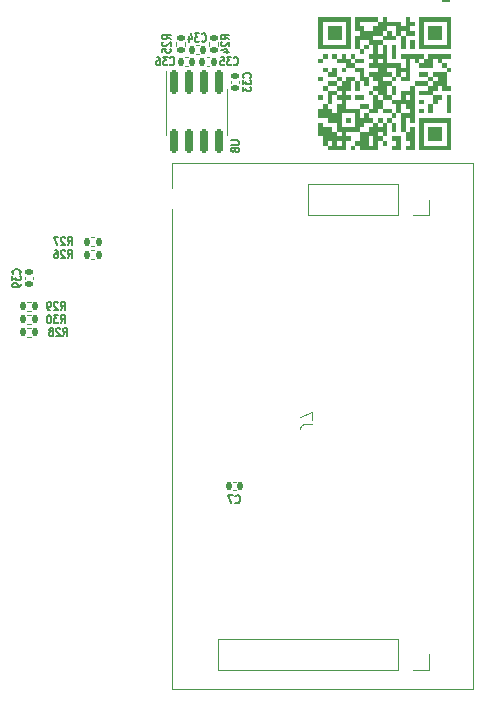
<source format=gbo>
G04 #@! TF.GenerationSoftware,KiCad,Pcbnew,7.0.6*
G04 #@! TF.CreationDate,2024-05-29T18:09:33+12:00*
G04 #@! TF.ProjectId,flight_computer,666c6967-6874-45f6-936f-6d7075746572,rev?*
G04 #@! TF.SameCoordinates,Original*
G04 #@! TF.FileFunction,Legend,Bot*
G04 #@! TF.FilePolarity,Positive*
%FSLAX46Y46*%
G04 Gerber Fmt 4.6, Leading zero omitted, Abs format (unit mm)*
G04 Created by KiCad (PCBNEW 7.0.6) date 2024-05-29 18:09:33*
%MOMM*%
%LPD*%
G01*
G04 APERTURE LIST*
G04 Aperture macros list*
%AMRoundRect*
0 Rectangle with rounded corners*
0 $1 Rounding radius*
0 $2 $3 $4 $5 $6 $7 $8 $9 X,Y pos of 4 corners*
0 Add a 4 corners polygon primitive as box body*
4,1,4,$2,$3,$4,$5,$6,$7,$8,$9,$2,$3,0*
0 Add four circle primitives for the rounded corners*
1,1,$1+$1,$2,$3*
1,1,$1+$1,$4,$5*
1,1,$1+$1,$6,$7*
1,1,$1+$1,$8,$9*
0 Add four rect primitives between the rounded corners*
20,1,$1+$1,$2,$3,$4,$5,0*
20,1,$1+$1,$4,$5,$6,$7,0*
20,1,$1+$1,$6,$7,$8,$9,0*
20,1,$1+$1,$8,$9,$2,$3,0*%
G04 Aperture macros list end*
%ADD10C,0.150000*%
%ADD11C,0.100000*%
%ADD12C,0.120000*%
%ADD13C,0.800000*%
%ADD14C,6.400000*%
%ADD15R,1.700000X1.700000*%
%ADD16O,1.700000X1.700000*%
%ADD17RoundRect,0.250000X0.350000X0.625000X-0.350000X0.625000X-0.350000X-0.625000X0.350000X-0.625000X0*%
%ADD18O,1.200000X1.750000*%
%ADD19C,2.250000*%
%ADD20C,4.350000*%
%ADD21R,1.524000X1.524000*%
%ADD22C,1.524000*%
%ADD23RoundRect,0.140000X0.140000X0.170000X-0.140000X0.170000X-0.140000X-0.170000X0.140000X-0.170000X0*%
%ADD24RoundRect,0.150000X-0.150000X0.825000X-0.150000X-0.825000X0.150000X-0.825000X0.150000X0.825000X0*%
%ADD25RoundRect,0.135000X-0.135000X-0.185000X0.135000X-0.185000X0.135000X0.185000X-0.135000X0.185000X0*%
%ADD26RoundRect,0.140000X-0.140000X-0.170000X0.140000X-0.170000X0.140000X0.170000X-0.140000X0.170000X0*%
%ADD27RoundRect,0.135000X0.135000X0.185000X-0.135000X0.185000X-0.135000X-0.185000X0.135000X-0.185000X0*%
%ADD28RoundRect,0.135000X-0.185000X0.135000X-0.185000X-0.135000X0.185000X-0.135000X0.185000X0.135000X0*%
%ADD29RoundRect,0.140000X0.170000X-0.140000X0.170000X0.140000X-0.170000X0.140000X-0.170000X-0.140000X0*%
%ADD30RoundRect,0.140000X-0.170000X0.140000X-0.170000X-0.140000X0.170000X-0.140000X0.170000X0.140000X0*%
G04 APERTURE END LIST*
D10*
X136745714Y-80909366D02*
X136774286Y-80942700D01*
X136774286Y-80942700D02*
X136860000Y-80976033D01*
X136860000Y-80976033D02*
X136917143Y-80976033D01*
X136917143Y-80976033D02*
X137002857Y-80942700D01*
X137002857Y-80942700D02*
X137060000Y-80876033D01*
X137060000Y-80876033D02*
X137088571Y-80809366D01*
X137088571Y-80809366D02*
X137117143Y-80676033D01*
X137117143Y-80676033D02*
X137117143Y-80576033D01*
X137117143Y-80576033D02*
X137088571Y-80442700D01*
X137088571Y-80442700D02*
X137060000Y-80376033D01*
X137060000Y-80376033D02*
X137002857Y-80309366D01*
X137002857Y-80309366D02*
X136917143Y-80276033D01*
X136917143Y-80276033D02*
X136860000Y-80276033D01*
X136860000Y-80276033D02*
X136774286Y-80309366D01*
X136774286Y-80309366D02*
X136745714Y-80342700D01*
X136545714Y-80276033D02*
X136174286Y-80276033D01*
X136174286Y-80276033D02*
X136374286Y-80542700D01*
X136374286Y-80542700D02*
X136288571Y-80542700D01*
X136288571Y-80542700D02*
X136231429Y-80576033D01*
X136231429Y-80576033D02*
X136202857Y-80609366D01*
X136202857Y-80609366D02*
X136174286Y-80676033D01*
X136174286Y-80676033D02*
X136174286Y-80842700D01*
X136174286Y-80842700D02*
X136202857Y-80909366D01*
X136202857Y-80909366D02*
X136231429Y-80942700D01*
X136231429Y-80942700D02*
X136288571Y-80976033D01*
X136288571Y-80976033D02*
X136460000Y-80976033D01*
X136460000Y-80976033D02*
X136517143Y-80942700D01*
X136517143Y-80942700D02*
X136545714Y-80909366D01*
X135660000Y-80276033D02*
X135774285Y-80276033D01*
X135774285Y-80276033D02*
X135831428Y-80309366D01*
X135831428Y-80309366D02*
X135860000Y-80342700D01*
X135860000Y-80342700D02*
X135917142Y-80442700D01*
X135917142Y-80442700D02*
X135945714Y-80576033D01*
X135945714Y-80576033D02*
X135945714Y-80842700D01*
X135945714Y-80842700D02*
X135917142Y-80909366D01*
X135917142Y-80909366D02*
X135888571Y-80942700D01*
X135888571Y-80942700D02*
X135831428Y-80976033D01*
X135831428Y-80976033D02*
X135717142Y-80976033D01*
X135717142Y-80976033D02*
X135660000Y-80942700D01*
X135660000Y-80942700D02*
X135631428Y-80909366D01*
X135631428Y-80909366D02*
X135602857Y-80842700D01*
X135602857Y-80842700D02*
X135602857Y-80676033D01*
X135602857Y-80676033D02*
X135631428Y-80609366D01*
X135631428Y-80609366D02*
X135660000Y-80576033D01*
X135660000Y-80576033D02*
X135717142Y-80542700D01*
X135717142Y-80542700D02*
X135831428Y-80542700D01*
X135831428Y-80542700D02*
X135888571Y-80576033D01*
X135888571Y-80576033D02*
X135917142Y-80609366D01*
X135917142Y-80609366D02*
X135945714Y-80676033D01*
X141916033Y-87342857D02*
X142482700Y-87342857D01*
X142482700Y-87342857D02*
X142549366Y-87371428D01*
X142549366Y-87371428D02*
X142582700Y-87400000D01*
X142582700Y-87400000D02*
X142616033Y-87457142D01*
X142616033Y-87457142D02*
X142616033Y-87571428D01*
X142616033Y-87571428D02*
X142582700Y-87628571D01*
X142582700Y-87628571D02*
X142549366Y-87657142D01*
X142549366Y-87657142D02*
X142482700Y-87685714D01*
X142482700Y-87685714D02*
X141916033Y-87685714D01*
X142216033Y-88057142D02*
X142182700Y-87999999D01*
X142182700Y-87999999D02*
X142149366Y-87971428D01*
X142149366Y-87971428D02*
X142082700Y-87942856D01*
X142082700Y-87942856D02*
X142049366Y-87942856D01*
X142049366Y-87942856D02*
X141982700Y-87971428D01*
X141982700Y-87971428D02*
X141949366Y-87999999D01*
X141949366Y-87999999D02*
X141916033Y-88057142D01*
X141916033Y-88057142D02*
X141916033Y-88171428D01*
X141916033Y-88171428D02*
X141949366Y-88228571D01*
X141949366Y-88228571D02*
X141982700Y-88257142D01*
X141982700Y-88257142D02*
X142049366Y-88285713D01*
X142049366Y-88285713D02*
X142082700Y-88285713D01*
X142082700Y-88285713D02*
X142149366Y-88257142D01*
X142149366Y-88257142D02*
X142182700Y-88228571D01*
X142182700Y-88228571D02*
X142216033Y-88171428D01*
X142216033Y-88171428D02*
X142216033Y-88057142D01*
X142216033Y-88057142D02*
X142249366Y-87999999D01*
X142249366Y-87999999D02*
X142282700Y-87971428D01*
X142282700Y-87971428D02*
X142349366Y-87942856D01*
X142349366Y-87942856D02*
X142482700Y-87942856D01*
X142482700Y-87942856D02*
X142549366Y-87971428D01*
X142549366Y-87971428D02*
X142582700Y-87999999D01*
X142582700Y-87999999D02*
X142616033Y-88057142D01*
X142616033Y-88057142D02*
X142616033Y-88171428D01*
X142616033Y-88171428D02*
X142582700Y-88228571D01*
X142582700Y-88228571D02*
X142549366Y-88257142D01*
X142549366Y-88257142D02*
X142482700Y-88285713D01*
X142482700Y-88285713D02*
X142349366Y-88285713D01*
X142349366Y-88285713D02*
X142282700Y-88257142D01*
X142282700Y-88257142D02*
X142249366Y-88228571D01*
X142249366Y-88228571D02*
X142216033Y-88171428D01*
X128085714Y-97316033D02*
X128285714Y-96982700D01*
X128428571Y-97316033D02*
X128428571Y-96616033D01*
X128428571Y-96616033D02*
X128200000Y-96616033D01*
X128200000Y-96616033D02*
X128142857Y-96649366D01*
X128142857Y-96649366D02*
X128114286Y-96682700D01*
X128114286Y-96682700D02*
X128085714Y-96749366D01*
X128085714Y-96749366D02*
X128085714Y-96849366D01*
X128085714Y-96849366D02*
X128114286Y-96916033D01*
X128114286Y-96916033D02*
X128142857Y-96949366D01*
X128142857Y-96949366D02*
X128200000Y-96982700D01*
X128200000Y-96982700D02*
X128428571Y-96982700D01*
X127857143Y-96682700D02*
X127828571Y-96649366D01*
X127828571Y-96649366D02*
X127771429Y-96616033D01*
X127771429Y-96616033D02*
X127628571Y-96616033D01*
X127628571Y-96616033D02*
X127571429Y-96649366D01*
X127571429Y-96649366D02*
X127542857Y-96682700D01*
X127542857Y-96682700D02*
X127514286Y-96749366D01*
X127514286Y-96749366D02*
X127514286Y-96816033D01*
X127514286Y-96816033D02*
X127542857Y-96916033D01*
X127542857Y-96916033D02*
X127885714Y-97316033D01*
X127885714Y-97316033D02*
X127514286Y-97316033D01*
X127000000Y-96616033D02*
X127114285Y-96616033D01*
X127114285Y-96616033D02*
X127171428Y-96649366D01*
X127171428Y-96649366D02*
X127200000Y-96682700D01*
X127200000Y-96682700D02*
X127257142Y-96782700D01*
X127257142Y-96782700D02*
X127285714Y-96916033D01*
X127285714Y-96916033D02*
X127285714Y-97182700D01*
X127285714Y-97182700D02*
X127257142Y-97249366D01*
X127257142Y-97249366D02*
X127228571Y-97282700D01*
X127228571Y-97282700D02*
X127171428Y-97316033D01*
X127171428Y-97316033D02*
X127057142Y-97316033D01*
X127057142Y-97316033D02*
X127000000Y-97282700D01*
X127000000Y-97282700D02*
X126971428Y-97249366D01*
X126971428Y-97249366D02*
X126942857Y-97182700D01*
X126942857Y-97182700D02*
X126942857Y-97016033D01*
X126942857Y-97016033D02*
X126971428Y-96949366D01*
X126971428Y-96949366D02*
X127000000Y-96916033D01*
X127000000Y-96916033D02*
X127057142Y-96882700D01*
X127057142Y-96882700D02*
X127171428Y-96882700D01*
X127171428Y-96882700D02*
X127228571Y-96916033D01*
X127228571Y-96916033D02*
X127257142Y-96949366D01*
X127257142Y-96949366D02*
X127285714Y-97016033D01*
X139445714Y-78909366D02*
X139474286Y-78942700D01*
X139474286Y-78942700D02*
X139560000Y-78976033D01*
X139560000Y-78976033D02*
X139617143Y-78976033D01*
X139617143Y-78976033D02*
X139702857Y-78942700D01*
X139702857Y-78942700D02*
X139760000Y-78876033D01*
X139760000Y-78876033D02*
X139788571Y-78809366D01*
X139788571Y-78809366D02*
X139817143Y-78676033D01*
X139817143Y-78676033D02*
X139817143Y-78576033D01*
X139817143Y-78576033D02*
X139788571Y-78442700D01*
X139788571Y-78442700D02*
X139760000Y-78376033D01*
X139760000Y-78376033D02*
X139702857Y-78309366D01*
X139702857Y-78309366D02*
X139617143Y-78276033D01*
X139617143Y-78276033D02*
X139560000Y-78276033D01*
X139560000Y-78276033D02*
X139474286Y-78309366D01*
X139474286Y-78309366D02*
X139445714Y-78342700D01*
X139245714Y-78276033D02*
X138874286Y-78276033D01*
X138874286Y-78276033D02*
X139074286Y-78542700D01*
X139074286Y-78542700D02*
X138988571Y-78542700D01*
X138988571Y-78542700D02*
X138931429Y-78576033D01*
X138931429Y-78576033D02*
X138902857Y-78609366D01*
X138902857Y-78609366D02*
X138874286Y-78676033D01*
X138874286Y-78676033D02*
X138874286Y-78842700D01*
X138874286Y-78842700D02*
X138902857Y-78909366D01*
X138902857Y-78909366D02*
X138931429Y-78942700D01*
X138931429Y-78942700D02*
X138988571Y-78976033D01*
X138988571Y-78976033D02*
X139160000Y-78976033D01*
X139160000Y-78976033D02*
X139217143Y-78942700D01*
X139217143Y-78942700D02*
X139245714Y-78909366D01*
X138360000Y-78509366D02*
X138360000Y-78976033D01*
X138502857Y-78242700D02*
X138645714Y-78742700D01*
X138645714Y-78742700D02*
X138274285Y-78742700D01*
X142299999Y-118009366D02*
X142328571Y-118042700D01*
X142328571Y-118042700D02*
X142414285Y-118076033D01*
X142414285Y-118076033D02*
X142471428Y-118076033D01*
X142471428Y-118076033D02*
X142557142Y-118042700D01*
X142557142Y-118042700D02*
X142614285Y-117976033D01*
X142614285Y-117976033D02*
X142642856Y-117909366D01*
X142642856Y-117909366D02*
X142671428Y-117776033D01*
X142671428Y-117776033D02*
X142671428Y-117676033D01*
X142671428Y-117676033D02*
X142642856Y-117542700D01*
X142642856Y-117542700D02*
X142614285Y-117476033D01*
X142614285Y-117476033D02*
X142557142Y-117409366D01*
X142557142Y-117409366D02*
X142471428Y-117376033D01*
X142471428Y-117376033D02*
X142414285Y-117376033D01*
X142414285Y-117376033D02*
X142328571Y-117409366D01*
X142328571Y-117409366D02*
X142299999Y-117442700D01*
X142099999Y-117376033D02*
X141699999Y-117376033D01*
X141699999Y-117376033D02*
X141957142Y-118076033D01*
X142145714Y-80909366D02*
X142174286Y-80942700D01*
X142174286Y-80942700D02*
X142260000Y-80976033D01*
X142260000Y-80976033D02*
X142317143Y-80976033D01*
X142317143Y-80976033D02*
X142402857Y-80942700D01*
X142402857Y-80942700D02*
X142460000Y-80876033D01*
X142460000Y-80876033D02*
X142488571Y-80809366D01*
X142488571Y-80809366D02*
X142517143Y-80676033D01*
X142517143Y-80676033D02*
X142517143Y-80576033D01*
X142517143Y-80576033D02*
X142488571Y-80442700D01*
X142488571Y-80442700D02*
X142460000Y-80376033D01*
X142460000Y-80376033D02*
X142402857Y-80309366D01*
X142402857Y-80309366D02*
X142317143Y-80276033D01*
X142317143Y-80276033D02*
X142260000Y-80276033D01*
X142260000Y-80276033D02*
X142174286Y-80309366D01*
X142174286Y-80309366D02*
X142145714Y-80342700D01*
X141945714Y-80276033D02*
X141574286Y-80276033D01*
X141574286Y-80276033D02*
X141774286Y-80542700D01*
X141774286Y-80542700D02*
X141688571Y-80542700D01*
X141688571Y-80542700D02*
X141631429Y-80576033D01*
X141631429Y-80576033D02*
X141602857Y-80609366D01*
X141602857Y-80609366D02*
X141574286Y-80676033D01*
X141574286Y-80676033D02*
X141574286Y-80842700D01*
X141574286Y-80842700D02*
X141602857Y-80909366D01*
X141602857Y-80909366D02*
X141631429Y-80942700D01*
X141631429Y-80942700D02*
X141688571Y-80976033D01*
X141688571Y-80976033D02*
X141860000Y-80976033D01*
X141860000Y-80976033D02*
X141917143Y-80942700D01*
X141917143Y-80942700D02*
X141945714Y-80909366D01*
X141031428Y-80276033D02*
X141317142Y-80276033D01*
X141317142Y-80276033D02*
X141345714Y-80609366D01*
X141345714Y-80609366D02*
X141317142Y-80576033D01*
X141317142Y-80576033D02*
X141260000Y-80542700D01*
X141260000Y-80542700D02*
X141117142Y-80542700D01*
X141117142Y-80542700D02*
X141060000Y-80576033D01*
X141060000Y-80576033D02*
X141031428Y-80609366D01*
X141031428Y-80609366D02*
X141002857Y-80676033D01*
X141002857Y-80676033D02*
X141002857Y-80842700D01*
X141002857Y-80842700D02*
X141031428Y-80909366D01*
X141031428Y-80909366D02*
X141060000Y-80942700D01*
X141060000Y-80942700D02*
X141117142Y-80976033D01*
X141117142Y-80976033D02*
X141260000Y-80976033D01*
X141260000Y-80976033D02*
X141317142Y-80942700D01*
X141317142Y-80942700D02*
X141345714Y-80909366D01*
D11*
X148792580Y-111383333D02*
X148078295Y-111383333D01*
X148078295Y-111383333D02*
X147935438Y-111430952D01*
X147935438Y-111430952D02*
X147840200Y-111526190D01*
X147840200Y-111526190D02*
X147792580Y-111669047D01*
X147792580Y-111669047D02*
X147792580Y-111764285D01*
X148792580Y-111002380D02*
X148792580Y-110335714D01*
X148792580Y-110335714D02*
X147792580Y-110764285D01*
D10*
X127685714Y-103916033D02*
X127885714Y-103582700D01*
X128028571Y-103916033D02*
X128028571Y-103216033D01*
X128028571Y-103216033D02*
X127800000Y-103216033D01*
X127800000Y-103216033D02*
X127742857Y-103249366D01*
X127742857Y-103249366D02*
X127714286Y-103282700D01*
X127714286Y-103282700D02*
X127685714Y-103349366D01*
X127685714Y-103349366D02*
X127685714Y-103449366D01*
X127685714Y-103449366D02*
X127714286Y-103516033D01*
X127714286Y-103516033D02*
X127742857Y-103549366D01*
X127742857Y-103549366D02*
X127800000Y-103582700D01*
X127800000Y-103582700D02*
X128028571Y-103582700D01*
X127457143Y-103282700D02*
X127428571Y-103249366D01*
X127428571Y-103249366D02*
X127371429Y-103216033D01*
X127371429Y-103216033D02*
X127228571Y-103216033D01*
X127228571Y-103216033D02*
X127171429Y-103249366D01*
X127171429Y-103249366D02*
X127142857Y-103282700D01*
X127142857Y-103282700D02*
X127114286Y-103349366D01*
X127114286Y-103349366D02*
X127114286Y-103416033D01*
X127114286Y-103416033D02*
X127142857Y-103516033D01*
X127142857Y-103516033D02*
X127485714Y-103916033D01*
X127485714Y-103916033D02*
X127114286Y-103916033D01*
X126771428Y-103516033D02*
X126828571Y-103482700D01*
X126828571Y-103482700D02*
X126857142Y-103449366D01*
X126857142Y-103449366D02*
X126885714Y-103382700D01*
X126885714Y-103382700D02*
X126885714Y-103349366D01*
X126885714Y-103349366D02*
X126857142Y-103282700D01*
X126857142Y-103282700D02*
X126828571Y-103249366D01*
X126828571Y-103249366D02*
X126771428Y-103216033D01*
X126771428Y-103216033D02*
X126657142Y-103216033D01*
X126657142Y-103216033D02*
X126600000Y-103249366D01*
X126600000Y-103249366D02*
X126571428Y-103282700D01*
X126571428Y-103282700D02*
X126542857Y-103349366D01*
X126542857Y-103349366D02*
X126542857Y-103382700D01*
X126542857Y-103382700D02*
X126571428Y-103449366D01*
X126571428Y-103449366D02*
X126600000Y-103482700D01*
X126600000Y-103482700D02*
X126657142Y-103516033D01*
X126657142Y-103516033D02*
X126771428Y-103516033D01*
X126771428Y-103516033D02*
X126828571Y-103549366D01*
X126828571Y-103549366D02*
X126857142Y-103582700D01*
X126857142Y-103582700D02*
X126885714Y-103649366D01*
X126885714Y-103649366D02*
X126885714Y-103782700D01*
X126885714Y-103782700D02*
X126857142Y-103849366D01*
X126857142Y-103849366D02*
X126828571Y-103882700D01*
X126828571Y-103882700D02*
X126771428Y-103916033D01*
X126771428Y-103916033D02*
X126657142Y-103916033D01*
X126657142Y-103916033D02*
X126600000Y-103882700D01*
X126600000Y-103882700D02*
X126571428Y-103849366D01*
X126571428Y-103849366D02*
X126542857Y-103782700D01*
X126542857Y-103782700D02*
X126542857Y-103649366D01*
X126542857Y-103649366D02*
X126571428Y-103582700D01*
X126571428Y-103582700D02*
X126600000Y-103549366D01*
X126600000Y-103549366D02*
X126657142Y-103516033D01*
X136806033Y-78774285D02*
X136472700Y-78574285D01*
X136806033Y-78431428D02*
X136106033Y-78431428D01*
X136106033Y-78431428D02*
X136106033Y-78659999D01*
X136106033Y-78659999D02*
X136139366Y-78717142D01*
X136139366Y-78717142D02*
X136172700Y-78745713D01*
X136172700Y-78745713D02*
X136239366Y-78774285D01*
X136239366Y-78774285D02*
X136339366Y-78774285D01*
X136339366Y-78774285D02*
X136406033Y-78745713D01*
X136406033Y-78745713D02*
X136439366Y-78717142D01*
X136439366Y-78717142D02*
X136472700Y-78659999D01*
X136472700Y-78659999D02*
X136472700Y-78431428D01*
X136172700Y-79002856D02*
X136139366Y-79031428D01*
X136139366Y-79031428D02*
X136106033Y-79088571D01*
X136106033Y-79088571D02*
X136106033Y-79231428D01*
X136106033Y-79231428D02*
X136139366Y-79288571D01*
X136139366Y-79288571D02*
X136172700Y-79317142D01*
X136172700Y-79317142D02*
X136239366Y-79345713D01*
X136239366Y-79345713D02*
X136306033Y-79345713D01*
X136306033Y-79345713D02*
X136406033Y-79317142D01*
X136406033Y-79317142D02*
X136806033Y-78974285D01*
X136806033Y-78974285D02*
X136806033Y-79345713D01*
X136106033Y-79888571D02*
X136106033Y-79602857D01*
X136106033Y-79602857D02*
X136439366Y-79574285D01*
X136439366Y-79574285D02*
X136406033Y-79602857D01*
X136406033Y-79602857D02*
X136372700Y-79660000D01*
X136372700Y-79660000D02*
X136372700Y-79802857D01*
X136372700Y-79802857D02*
X136406033Y-79860000D01*
X136406033Y-79860000D02*
X136439366Y-79888571D01*
X136439366Y-79888571D02*
X136506033Y-79917142D01*
X136506033Y-79917142D02*
X136672700Y-79917142D01*
X136672700Y-79917142D02*
X136739366Y-79888571D01*
X136739366Y-79888571D02*
X136772700Y-79860000D01*
X136772700Y-79860000D02*
X136806033Y-79802857D01*
X136806033Y-79802857D02*
X136806033Y-79660000D01*
X136806033Y-79660000D02*
X136772700Y-79602857D01*
X136772700Y-79602857D02*
X136739366Y-79574285D01*
X127485714Y-101716033D02*
X127685714Y-101382700D01*
X127828571Y-101716033D02*
X127828571Y-101016033D01*
X127828571Y-101016033D02*
X127600000Y-101016033D01*
X127600000Y-101016033D02*
X127542857Y-101049366D01*
X127542857Y-101049366D02*
X127514286Y-101082700D01*
X127514286Y-101082700D02*
X127485714Y-101149366D01*
X127485714Y-101149366D02*
X127485714Y-101249366D01*
X127485714Y-101249366D02*
X127514286Y-101316033D01*
X127514286Y-101316033D02*
X127542857Y-101349366D01*
X127542857Y-101349366D02*
X127600000Y-101382700D01*
X127600000Y-101382700D02*
X127828571Y-101382700D01*
X127257143Y-101082700D02*
X127228571Y-101049366D01*
X127228571Y-101049366D02*
X127171429Y-101016033D01*
X127171429Y-101016033D02*
X127028571Y-101016033D01*
X127028571Y-101016033D02*
X126971429Y-101049366D01*
X126971429Y-101049366D02*
X126942857Y-101082700D01*
X126942857Y-101082700D02*
X126914286Y-101149366D01*
X126914286Y-101149366D02*
X126914286Y-101216033D01*
X126914286Y-101216033D02*
X126942857Y-101316033D01*
X126942857Y-101316033D02*
X127285714Y-101716033D01*
X127285714Y-101716033D02*
X126914286Y-101716033D01*
X126628571Y-101716033D02*
X126514285Y-101716033D01*
X126514285Y-101716033D02*
X126457142Y-101682700D01*
X126457142Y-101682700D02*
X126428571Y-101649366D01*
X126428571Y-101649366D02*
X126371428Y-101549366D01*
X126371428Y-101549366D02*
X126342857Y-101416033D01*
X126342857Y-101416033D02*
X126342857Y-101149366D01*
X126342857Y-101149366D02*
X126371428Y-101082700D01*
X126371428Y-101082700D02*
X126400000Y-101049366D01*
X126400000Y-101049366D02*
X126457142Y-101016033D01*
X126457142Y-101016033D02*
X126571428Y-101016033D01*
X126571428Y-101016033D02*
X126628571Y-101049366D01*
X126628571Y-101049366D02*
X126657142Y-101082700D01*
X126657142Y-101082700D02*
X126685714Y-101149366D01*
X126685714Y-101149366D02*
X126685714Y-101316033D01*
X126685714Y-101316033D02*
X126657142Y-101382700D01*
X126657142Y-101382700D02*
X126628571Y-101416033D01*
X126628571Y-101416033D02*
X126571428Y-101449366D01*
X126571428Y-101449366D02*
X126457142Y-101449366D01*
X126457142Y-101449366D02*
X126400000Y-101416033D01*
X126400000Y-101416033D02*
X126371428Y-101382700D01*
X126371428Y-101382700D02*
X126342857Y-101316033D01*
X124049366Y-98614285D02*
X124082700Y-98585713D01*
X124082700Y-98585713D02*
X124116033Y-98499999D01*
X124116033Y-98499999D02*
X124116033Y-98442856D01*
X124116033Y-98442856D02*
X124082700Y-98357142D01*
X124082700Y-98357142D02*
X124016033Y-98299999D01*
X124016033Y-98299999D02*
X123949366Y-98271428D01*
X123949366Y-98271428D02*
X123816033Y-98242856D01*
X123816033Y-98242856D02*
X123716033Y-98242856D01*
X123716033Y-98242856D02*
X123582700Y-98271428D01*
X123582700Y-98271428D02*
X123516033Y-98299999D01*
X123516033Y-98299999D02*
X123449366Y-98357142D01*
X123449366Y-98357142D02*
X123416033Y-98442856D01*
X123416033Y-98442856D02*
X123416033Y-98499999D01*
X123416033Y-98499999D02*
X123449366Y-98585713D01*
X123449366Y-98585713D02*
X123482700Y-98614285D01*
X123416033Y-98814285D02*
X123416033Y-99185713D01*
X123416033Y-99185713D02*
X123682700Y-98985713D01*
X123682700Y-98985713D02*
X123682700Y-99071428D01*
X123682700Y-99071428D02*
X123716033Y-99128571D01*
X123716033Y-99128571D02*
X123749366Y-99157142D01*
X123749366Y-99157142D02*
X123816033Y-99185713D01*
X123816033Y-99185713D02*
X123982700Y-99185713D01*
X123982700Y-99185713D02*
X124049366Y-99157142D01*
X124049366Y-99157142D02*
X124082700Y-99128571D01*
X124082700Y-99128571D02*
X124116033Y-99071428D01*
X124116033Y-99071428D02*
X124116033Y-98899999D01*
X124116033Y-98899999D02*
X124082700Y-98842856D01*
X124082700Y-98842856D02*
X124049366Y-98814285D01*
X124116033Y-99471428D02*
X124116033Y-99585714D01*
X124116033Y-99585714D02*
X124082700Y-99642857D01*
X124082700Y-99642857D02*
X124049366Y-99671428D01*
X124049366Y-99671428D02*
X123949366Y-99728571D01*
X123949366Y-99728571D02*
X123816033Y-99757142D01*
X123816033Y-99757142D02*
X123549366Y-99757142D01*
X123549366Y-99757142D02*
X123482700Y-99728571D01*
X123482700Y-99728571D02*
X123449366Y-99700000D01*
X123449366Y-99700000D02*
X123416033Y-99642857D01*
X123416033Y-99642857D02*
X123416033Y-99528571D01*
X123416033Y-99528571D02*
X123449366Y-99471428D01*
X123449366Y-99471428D02*
X123482700Y-99442857D01*
X123482700Y-99442857D02*
X123549366Y-99414285D01*
X123549366Y-99414285D02*
X123716033Y-99414285D01*
X123716033Y-99414285D02*
X123782700Y-99442857D01*
X123782700Y-99442857D02*
X123816033Y-99471428D01*
X123816033Y-99471428D02*
X123849366Y-99528571D01*
X123849366Y-99528571D02*
X123849366Y-99642857D01*
X123849366Y-99642857D02*
X123816033Y-99700000D01*
X123816033Y-99700000D02*
X123782700Y-99728571D01*
X123782700Y-99728571D02*
X123716033Y-99757142D01*
X143549366Y-82014285D02*
X143582700Y-81985713D01*
X143582700Y-81985713D02*
X143616033Y-81899999D01*
X143616033Y-81899999D02*
X143616033Y-81842856D01*
X143616033Y-81842856D02*
X143582700Y-81757142D01*
X143582700Y-81757142D02*
X143516033Y-81699999D01*
X143516033Y-81699999D02*
X143449366Y-81671428D01*
X143449366Y-81671428D02*
X143316033Y-81642856D01*
X143316033Y-81642856D02*
X143216033Y-81642856D01*
X143216033Y-81642856D02*
X143082700Y-81671428D01*
X143082700Y-81671428D02*
X143016033Y-81699999D01*
X143016033Y-81699999D02*
X142949366Y-81757142D01*
X142949366Y-81757142D02*
X142916033Y-81842856D01*
X142916033Y-81842856D02*
X142916033Y-81899999D01*
X142916033Y-81899999D02*
X142949366Y-81985713D01*
X142949366Y-81985713D02*
X142982700Y-82014285D01*
X142916033Y-82214285D02*
X142916033Y-82585713D01*
X142916033Y-82585713D02*
X143182700Y-82385713D01*
X143182700Y-82385713D02*
X143182700Y-82471428D01*
X143182700Y-82471428D02*
X143216033Y-82528571D01*
X143216033Y-82528571D02*
X143249366Y-82557142D01*
X143249366Y-82557142D02*
X143316033Y-82585713D01*
X143316033Y-82585713D02*
X143482700Y-82585713D01*
X143482700Y-82585713D02*
X143549366Y-82557142D01*
X143549366Y-82557142D02*
X143582700Y-82528571D01*
X143582700Y-82528571D02*
X143616033Y-82471428D01*
X143616033Y-82471428D02*
X143616033Y-82299999D01*
X143616033Y-82299999D02*
X143582700Y-82242856D01*
X143582700Y-82242856D02*
X143549366Y-82214285D01*
X142916033Y-82785714D02*
X142916033Y-83157142D01*
X142916033Y-83157142D02*
X143182700Y-82957142D01*
X143182700Y-82957142D02*
X143182700Y-83042857D01*
X143182700Y-83042857D02*
X143216033Y-83100000D01*
X143216033Y-83100000D02*
X143249366Y-83128571D01*
X143249366Y-83128571D02*
X143316033Y-83157142D01*
X143316033Y-83157142D02*
X143482700Y-83157142D01*
X143482700Y-83157142D02*
X143549366Y-83128571D01*
X143549366Y-83128571D02*
X143582700Y-83100000D01*
X143582700Y-83100000D02*
X143616033Y-83042857D01*
X143616033Y-83042857D02*
X143616033Y-82871428D01*
X143616033Y-82871428D02*
X143582700Y-82814285D01*
X143582700Y-82814285D02*
X143549366Y-82785714D01*
X128085714Y-96216033D02*
X128285714Y-95882700D01*
X128428571Y-96216033D02*
X128428571Y-95516033D01*
X128428571Y-95516033D02*
X128200000Y-95516033D01*
X128200000Y-95516033D02*
X128142857Y-95549366D01*
X128142857Y-95549366D02*
X128114286Y-95582700D01*
X128114286Y-95582700D02*
X128085714Y-95649366D01*
X128085714Y-95649366D02*
X128085714Y-95749366D01*
X128085714Y-95749366D02*
X128114286Y-95816033D01*
X128114286Y-95816033D02*
X128142857Y-95849366D01*
X128142857Y-95849366D02*
X128200000Y-95882700D01*
X128200000Y-95882700D02*
X128428571Y-95882700D01*
X127857143Y-95582700D02*
X127828571Y-95549366D01*
X127828571Y-95549366D02*
X127771429Y-95516033D01*
X127771429Y-95516033D02*
X127628571Y-95516033D01*
X127628571Y-95516033D02*
X127571429Y-95549366D01*
X127571429Y-95549366D02*
X127542857Y-95582700D01*
X127542857Y-95582700D02*
X127514286Y-95649366D01*
X127514286Y-95649366D02*
X127514286Y-95716033D01*
X127514286Y-95716033D02*
X127542857Y-95816033D01*
X127542857Y-95816033D02*
X127885714Y-96216033D01*
X127885714Y-96216033D02*
X127514286Y-96216033D01*
X127314285Y-95516033D02*
X126914285Y-95516033D01*
X126914285Y-95516033D02*
X127171428Y-96216033D01*
X127485714Y-102816033D02*
X127685714Y-102482700D01*
X127828571Y-102816033D02*
X127828571Y-102116033D01*
X127828571Y-102116033D02*
X127600000Y-102116033D01*
X127600000Y-102116033D02*
X127542857Y-102149366D01*
X127542857Y-102149366D02*
X127514286Y-102182700D01*
X127514286Y-102182700D02*
X127485714Y-102249366D01*
X127485714Y-102249366D02*
X127485714Y-102349366D01*
X127485714Y-102349366D02*
X127514286Y-102416033D01*
X127514286Y-102416033D02*
X127542857Y-102449366D01*
X127542857Y-102449366D02*
X127600000Y-102482700D01*
X127600000Y-102482700D02*
X127828571Y-102482700D01*
X127285714Y-102116033D02*
X126914286Y-102116033D01*
X126914286Y-102116033D02*
X127114286Y-102382700D01*
X127114286Y-102382700D02*
X127028571Y-102382700D01*
X127028571Y-102382700D02*
X126971429Y-102416033D01*
X126971429Y-102416033D02*
X126942857Y-102449366D01*
X126942857Y-102449366D02*
X126914286Y-102516033D01*
X126914286Y-102516033D02*
X126914286Y-102682700D01*
X126914286Y-102682700D02*
X126942857Y-102749366D01*
X126942857Y-102749366D02*
X126971429Y-102782700D01*
X126971429Y-102782700D02*
X127028571Y-102816033D01*
X127028571Y-102816033D02*
X127200000Y-102816033D01*
X127200000Y-102816033D02*
X127257143Y-102782700D01*
X127257143Y-102782700D02*
X127285714Y-102749366D01*
X126542857Y-102116033D02*
X126485714Y-102116033D01*
X126485714Y-102116033D02*
X126428571Y-102149366D01*
X126428571Y-102149366D02*
X126400000Y-102182700D01*
X126400000Y-102182700D02*
X126371428Y-102249366D01*
X126371428Y-102249366D02*
X126342857Y-102382700D01*
X126342857Y-102382700D02*
X126342857Y-102549366D01*
X126342857Y-102549366D02*
X126371428Y-102682700D01*
X126371428Y-102682700D02*
X126400000Y-102749366D01*
X126400000Y-102749366D02*
X126428571Y-102782700D01*
X126428571Y-102782700D02*
X126485714Y-102816033D01*
X126485714Y-102816033D02*
X126542857Y-102816033D01*
X126542857Y-102816033D02*
X126600000Y-102782700D01*
X126600000Y-102782700D02*
X126628571Y-102749366D01*
X126628571Y-102749366D02*
X126657142Y-102682700D01*
X126657142Y-102682700D02*
X126685714Y-102549366D01*
X126685714Y-102549366D02*
X126685714Y-102382700D01*
X126685714Y-102382700D02*
X126657142Y-102249366D01*
X126657142Y-102249366D02*
X126628571Y-102182700D01*
X126628571Y-102182700D02*
X126600000Y-102149366D01*
X126600000Y-102149366D02*
X126542857Y-102116033D01*
X141776033Y-78774285D02*
X141442700Y-78574285D01*
X141776033Y-78431428D02*
X141076033Y-78431428D01*
X141076033Y-78431428D02*
X141076033Y-78659999D01*
X141076033Y-78659999D02*
X141109366Y-78717142D01*
X141109366Y-78717142D02*
X141142700Y-78745713D01*
X141142700Y-78745713D02*
X141209366Y-78774285D01*
X141209366Y-78774285D02*
X141309366Y-78774285D01*
X141309366Y-78774285D02*
X141376033Y-78745713D01*
X141376033Y-78745713D02*
X141409366Y-78717142D01*
X141409366Y-78717142D02*
X141442700Y-78659999D01*
X141442700Y-78659999D02*
X141442700Y-78431428D01*
X141142700Y-79002856D02*
X141109366Y-79031428D01*
X141109366Y-79031428D02*
X141076033Y-79088571D01*
X141076033Y-79088571D02*
X141076033Y-79231428D01*
X141076033Y-79231428D02*
X141109366Y-79288571D01*
X141109366Y-79288571D02*
X141142700Y-79317142D01*
X141142700Y-79317142D02*
X141209366Y-79345713D01*
X141209366Y-79345713D02*
X141276033Y-79345713D01*
X141276033Y-79345713D02*
X141376033Y-79317142D01*
X141376033Y-79317142D02*
X141776033Y-78974285D01*
X141776033Y-78974285D02*
X141776033Y-79345713D01*
X141309366Y-79860000D02*
X141776033Y-79860000D01*
X141042700Y-79717142D02*
X141542700Y-79574285D01*
X141542700Y-79574285D02*
X141542700Y-79945714D01*
G36*
X160584445Y-86798345D02*
G01*
X160584445Y-88164420D01*
X159218369Y-88164420D01*
X157852294Y-88164420D01*
X157852294Y-87774113D01*
X158242601Y-87774113D01*
X159218369Y-87774113D01*
X160194137Y-87774113D01*
X160194137Y-86798345D01*
X160194137Y-85822576D01*
X159218369Y-85822576D01*
X158242601Y-85822576D01*
X158242601Y-86798345D01*
X158242601Y-87774113D01*
X157852294Y-87774113D01*
X157852294Y-86798345D01*
X157852294Y-85432269D01*
X159218369Y-85432269D01*
X160584445Y-85432269D01*
X160584445Y-85822576D01*
X160584445Y-86798345D01*
G37*
G36*
X157461986Y-84276359D02*
G01*
X157461986Y-85041962D01*
X157461986Y-85822576D01*
X157266833Y-85822576D01*
X157071679Y-85822576D01*
X157071679Y-85627423D01*
X157071679Y-85432269D01*
X156891537Y-85432269D01*
X156711395Y-85432269D01*
X156711395Y-86017730D01*
X156711395Y-86603191D01*
X156891537Y-86603191D01*
X157071679Y-86603191D01*
X157071679Y-86408037D01*
X157071679Y-86212884D01*
X157266833Y-86212884D01*
X157461986Y-86212884D01*
X157461986Y-87188652D01*
X157461986Y-88164420D01*
X157086691Y-88164420D01*
X156711395Y-88164420D01*
X156711395Y-87969267D01*
X156711395Y-87774113D01*
X156891537Y-87774113D01*
X157071679Y-87774113D01*
X157071679Y-87578959D01*
X157071679Y-87383806D01*
X156891537Y-87383806D01*
X156711395Y-87383806D01*
X156711395Y-86993498D01*
X156711395Y-86603191D01*
X156516242Y-86603191D01*
X156321088Y-86603191D01*
X156321088Y-85822576D01*
X156321088Y-85041962D01*
X156696383Y-85041962D01*
X157071679Y-85041962D01*
X157071679Y-84846808D01*
X157071679Y-84651654D01*
X156891537Y-84651654D01*
X156711395Y-84651654D01*
X156711395Y-84471513D01*
X156711395Y-84291371D01*
X156516242Y-84291371D01*
X156321088Y-84291371D01*
X156321088Y-84666666D01*
X156321088Y-85041962D01*
X156125934Y-85041962D01*
X155930781Y-85041962D01*
X155930781Y-84666666D01*
X155930781Y-84291371D01*
X155735627Y-84291371D01*
X155540473Y-84291371D01*
X155540473Y-84096217D01*
X155540473Y-83901063D01*
X155930781Y-83901063D01*
X156321088Y-83901063D01*
X156711395Y-83901063D01*
X156891537Y-83901063D01*
X157071679Y-83901063D01*
X157071679Y-83705910D01*
X157071679Y-83510756D01*
X156891537Y-83510756D01*
X156711395Y-83510756D01*
X156711395Y-83705910D01*
X156711395Y-83901063D01*
X156321088Y-83901063D01*
X156321088Y-83510756D01*
X156321088Y-83120449D01*
X156696383Y-83120449D01*
X157071679Y-83120449D01*
X157071679Y-82925295D01*
X157071679Y-82730141D01*
X157266833Y-82730141D01*
X157461986Y-82730141D01*
X157461986Y-83510756D01*
X157461986Y-84276359D01*
G37*
G36*
X156516242Y-77686170D02*
G01*
X156711395Y-77686170D01*
X156711395Y-77295863D01*
X156711395Y-76905555D01*
X156891537Y-76905555D01*
X157071679Y-76905555D01*
X157071679Y-77100709D01*
X157071679Y-77295863D01*
X157266833Y-77295863D01*
X157461986Y-77295863D01*
X157461986Y-77491016D01*
X157461986Y-77686170D01*
X157266833Y-77686170D01*
X157071679Y-77686170D01*
X157071679Y-77881324D01*
X157071679Y-78076477D01*
X157266833Y-78076477D01*
X157461986Y-78076477D01*
X157461986Y-78271631D01*
X157461986Y-78466785D01*
X157086691Y-78466785D01*
X156711395Y-78466785D01*
X156711395Y-79052245D01*
X156711395Y-79637706D01*
X156516242Y-79637706D01*
X156321088Y-79637706D01*
X156321088Y-79052245D01*
X156321088Y-78466785D01*
X156516242Y-78466785D01*
X156711395Y-78466785D01*
X156711395Y-78271631D01*
X156711395Y-78076477D01*
X156516242Y-78076477D01*
X156321088Y-78076477D01*
X156321088Y-78271631D01*
X156321088Y-78466785D01*
X156125934Y-78466785D01*
X155930781Y-78466785D01*
X155930781Y-78661938D01*
X155930781Y-78857092D01*
X155345320Y-78857092D01*
X154759859Y-78857092D01*
X154759859Y-79052245D01*
X154759859Y-79247399D01*
X154564705Y-79247399D01*
X154369551Y-79247399D01*
X154369551Y-79637706D01*
X154369551Y-80028014D01*
X154564705Y-80028014D01*
X154759859Y-80028014D01*
X154759859Y-79637706D01*
X154759859Y-79247399D01*
X154955012Y-79247399D01*
X155150166Y-79247399D01*
X155150166Y-80013002D01*
X155150166Y-80418321D01*
X155150166Y-80778605D01*
X155735627Y-80778605D01*
X156321088Y-80778605D01*
X156321088Y-80973758D01*
X156321088Y-81168912D01*
X156516242Y-81168912D01*
X156711395Y-81168912D01*
X156711395Y-80793617D01*
X156711395Y-80418321D01*
X156516242Y-80418321D01*
X156321088Y-80418321D01*
X156321088Y-80223167D01*
X156321088Y-80028014D01*
X157281844Y-80028014D01*
X158242601Y-80028014D01*
X158242601Y-80223167D01*
X158242601Y-80418321D01*
X158437755Y-80418321D01*
X158632908Y-80418321D01*
X158632908Y-80223167D01*
X158632908Y-80028014D01*
X159608676Y-80028014D01*
X160584445Y-80028014D01*
X160584445Y-80223167D01*
X160584445Y-80418321D01*
X160194137Y-80418321D01*
X159803830Y-80418321D01*
X159803830Y-80598463D01*
X159803830Y-80778605D01*
X159608676Y-80778605D01*
X159413523Y-80778605D01*
X159413523Y-80598463D01*
X159413523Y-80418321D01*
X159218369Y-80418321D01*
X159023215Y-80418321D01*
X159023215Y-80793617D01*
X159023215Y-81168912D01*
X158437755Y-81168912D01*
X157852294Y-81168912D01*
X157852294Y-80973758D01*
X157852294Y-80778605D01*
X158047447Y-80778605D01*
X158242601Y-80778605D01*
X158242601Y-80598463D01*
X158242601Y-80418321D01*
X158047447Y-80418321D01*
X157852294Y-80418321D01*
X157852294Y-80598463D01*
X157852294Y-80778605D01*
X157657140Y-80778605D01*
X157461986Y-80778605D01*
X157461986Y-80598463D01*
X157461986Y-80418321D01*
X157266833Y-80418321D01*
X157071679Y-80418321D01*
X157071679Y-81379078D01*
X157071679Y-82339834D01*
X156696383Y-82339834D01*
X156321088Y-82339834D01*
X156321088Y-82144680D01*
X156321088Y-81949527D01*
X156516242Y-81949527D01*
X156711395Y-81949527D01*
X156711395Y-81754373D01*
X156711395Y-81559219D01*
X156516242Y-81559219D01*
X156321088Y-81559219D01*
X156321088Y-81754373D01*
X156321088Y-81949527D01*
X156125934Y-81949527D01*
X155930781Y-81949527D01*
X155930781Y-81559219D01*
X155930781Y-81168912D01*
X155540473Y-81168912D01*
X155150166Y-81168912D01*
X155150166Y-81364066D01*
X155150166Y-81559219D01*
X155345320Y-81559219D01*
X155540473Y-81559219D01*
X155540473Y-81754373D01*
X155540473Y-81949527D01*
X155150166Y-81949527D01*
X154759859Y-81949527D01*
X154759859Y-82144680D01*
X154759859Y-82339834D01*
X155150166Y-82339834D01*
X155540473Y-82339834D01*
X155540473Y-82534988D01*
X155540473Y-82730141D01*
X155345320Y-82730141D01*
X155150166Y-82730141D01*
X155150166Y-83120449D01*
X155150166Y-83510756D01*
X155345320Y-83510756D01*
X155540473Y-83510756D01*
X155540473Y-83705910D01*
X155540473Y-83901063D01*
X155150166Y-83901063D01*
X154759859Y-83901063D01*
X154759859Y-83705910D01*
X154759859Y-83510756D01*
X154564705Y-83510756D01*
X154369551Y-83510756D01*
X154369551Y-83315602D01*
X154369551Y-83120449D01*
X154174398Y-83120449D01*
X153979244Y-83120449D01*
X153979244Y-82925295D01*
X153979244Y-82730141D01*
X154174398Y-82730141D01*
X154369551Y-82730141D01*
X154369551Y-82534988D01*
X154369551Y-82339834D01*
X154174398Y-82339834D01*
X153979244Y-82339834D01*
X153979244Y-82144680D01*
X153979244Y-81949527D01*
X153784090Y-81949527D01*
X153588937Y-81949527D01*
X153588937Y-82339834D01*
X153588937Y-82730141D01*
X153393783Y-82730141D01*
X153198629Y-82730141D01*
X153198629Y-82534988D01*
X153198629Y-82339834D01*
X153018487Y-82339834D01*
X152838346Y-82339834D01*
X152838346Y-82730141D01*
X152838346Y-83120449D01*
X152643192Y-83120449D01*
X152448038Y-83120449D01*
X152448038Y-82730141D01*
X152448038Y-82339834D01*
X152252885Y-82339834D01*
X152057731Y-82339834D01*
X152057731Y-82730141D01*
X152057731Y-83120449D01*
X151862577Y-83120449D01*
X151667424Y-83120449D01*
X151667424Y-83315602D01*
X151667424Y-83510756D01*
X151862577Y-83510756D01*
X152057731Y-83510756D01*
X152057731Y-83705910D01*
X152057731Y-83901063D01*
X151862577Y-83901063D01*
X151667424Y-83901063D01*
X151667424Y-84276359D01*
X151667424Y-84651654D01*
X152252885Y-84651654D01*
X152838346Y-84651654D01*
X152838346Y-85041962D01*
X152838346Y-85432269D01*
X153018487Y-85432269D01*
X153198629Y-85432269D01*
X153198629Y-85237115D01*
X153198629Y-85041962D01*
X153393783Y-85041962D01*
X153588937Y-85041962D01*
X153588937Y-85237115D01*
X153588937Y-85432269D01*
X153784090Y-85432269D01*
X153979244Y-85432269D01*
X153979244Y-85627423D01*
X153979244Y-85822576D01*
X153588937Y-85822576D01*
X153198629Y-85822576D01*
X153198629Y-86017730D01*
X153198629Y-86212884D01*
X153018487Y-86212884D01*
X152838346Y-86212884D01*
X152838346Y-86408037D01*
X152838346Y-86603191D01*
X153213641Y-86603191D01*
X153588937Y-86603191D01*
X153588937Y-86408037D01*
X153588937Y-86212884D01*
X153784090Y-86212884D01*
X153979244Y-86212884D01*
X153979244Y-86017730D01*
X153979244Y-85822576D01*
X154174398Y-85822576D01*
X154369551Y-85822576D01*
X154369551Y-86017730D01*
X154369551Y-86212884D01*
X154564705Y-86212884D01*
X154759859Y-86212884D01*
X154759859Y-86017730D01*
X154759859Y-85822576D01*
X154955012Y-85822576D01*
X155150166Y-85822576D01*
X155150166Y-86408037D01*
X155150166Y-86603191D01*
X155150166Y-86993498D01*
X154955012Y-86993498D01*
X154759859Y-86993498D01*
X154759859Y-87188652D01*
X154759859Y-87383806D01*
X154564705Y-87383806D01*
X154369551Y-87383806D01*
X154369551Y-87774113D01*
X154369551Y-88164420D01*
X153603948Y-88164420D01*
X152838346Y-88164420D01*
X152838346Y-87969267D01*
X152838346Y-87774113D01*
X153588937Y-87774113D01*
X153784090Y-87774113D01*
X153979244Y-87774113D01*
X153979244Y-87383806D01*
X153979244Y-86993498D01*
X154369551Y-86993498D01*
X154564705Y-86993498D01*
X154759859Y-86993498D01*
X154759859Y-86798345D01*
X154759859Y-86603191D01*
X154564705Y-86603191D01*
X154369551Y-86603191D01*
X154369551Y-86798345D01*
X154369551Y-86993498D01*
X153979244Y-86993498D01*
X153784090Y-86993498D01*
X153588937Y-86993498D01*
X153588937Y-87383806D01*
X153588937Y-87774113D01*
X152838346Y-87774113D01*
X152643192Y-87774113D01*
X152448038Y-87774113D01*
X152448038Y-87578959D01*
X152448038Y-87383806D01*
X152643192Y-87383806D01*
X152838346Y-87383806D01*
X152838346Y-86993498D01*
X152838346Y-86603191D01*
X152252885Y-86603191D01*
X151667424Y-86603191D01*
X151667424Y-86798345D01*
X151667424Y-86993498D01*
X151862577Y-86993498D01*
X152057731Y-86993498D01*
X152057731Y-87188652D01*
X152057731Y-87383806D01*
X151862577Y-87383806D01*
X151667424Y-87383806D01*
X151667424Y-87774113D01*
X151667424Y-88164420D01*
X150886809Y-88164420D01*
X150106194Y-88164420D01*
X150106194Y-87969267D01*
X150106194Y-87774113D01*
X150301348Y-87774113D01*
X150496502Y-87774113D01*
X150496502Y-87578959D01*
X150496502Y-87383806D01*
X150886809Y-87383806D01*
X150886809Y-87578959D01*
X150886809Y-87774113D01*
X151081963Y-87774113D01*
X151277116Y-87774113D01*
X151277116Y-87578959D01*
X151277116Y-87383806D01*
X151081963Y-87383806D01*
X150886809Y-87383806D01*
X150496502Y-87383806D01*
X150301348Y-87383806D01*
X150106194Y-87383806D01*
X150106194Y-87578959D01*
X150106194Y-87774113D01*
X149911041Y-87774113D01*
X149715887Y-87774113D01*
X149715887Y-87383806D01*
X149715887Y-86993498D01*
X149520733Y-86993498D01*
X149325580Y-86993498D01*
X149325580Y-86408037D01*
X149325580Y-85822576D01*
X149520733Y-85822576D01*
X149715887Y-85822576D01*
X149715887Y-86017730D01*
X149715887Y-86212884D01*
X150106194Y-86212884D01*
X150496502Y-86212884D01*
X150496502Y-86408037D01*
X150496502Y-86603191D01*
X150691655Y-86603191D01*
X150886809Y-86603191D01*
X150886809Y-86798345D01*
X150886809Y-86993498D01*
X151081963Y-86993498D01*
X151277116Y-86993498D01*
X151277116Y-86798345D01*
X151277116Y-86603191D01*
X151081963Y-86603191D01*
X150886809Y-86603191D01*
X150886809Y-86212884D01*
X151277116Y-86212884D01*
X151862577Y-86212884D01*
X152448038Y-86212884D01*
X152448038Y-85627423D01*
X152448038Y-85041962D01*
X151862577Y-85041962D01*
X151277116Y-85041962D01*
X151277116Y-85627423D01*
X151277116Y-86212884D01*
X150886809Y-86212884D01*
X150886809Y-85822576D01*
X150496502Y-85822576D01*
X150106194Y-85822576D01*
X150106194Y-85627423D01*
X150106194Y-85432269D01*
X149715887Y-85432269D01*
X149325580Y-85432269D01*
X149325580Y-85041962D01*
X149325580Y-84651654D01*
X149520733Y-84651654D01*
X149715887Y-84651654D01*
X149715887Y-84471513D01*
X149715887Y-84291371D01*
X149911041Y-84291371D01*
X150106194Y-84291371D01*
X150106194Y-84471513D01*
X150106194Y-84651654D01*
X150301348Y-84651654D01*
X150496502Y-84651654D01*
X150496502Y-84846808D01*
X150496502Y-85041962D01*
X150691655Y-85041962D01*
X150886809Y-85041962D01*
X150886809Y-84666666D01*
X150886809Y-84291371D01*
X151081963Y-84291371D01*
X151277116Y-84291371D01*
X151277116Y-84096217D01*
X151277116Y-83901063D01*
X151081963Y-83901063D01*
X150886809Y-83901063D01*
X150886809Y-83705910D01*
X150886809Y-83510756D01*
X150691655Y-83510756D01*
X150496502Y-83510756D01*
X150496502Y-83901063D01*
X150496502Y-84291371D01*
X150301348Y-84291371D01*
X150106194Y-84291371D01*
X150106194Y-83705910D01*
X150106194Y-83120449D01*
X150496502Y-83120449D01*
X150886809Y-83120449D01*
X150886809Y-83315602D01*
X150886809Y-83510756D01*
X151081963Y-83510756D01*
X151277116Y-83510756D01*
X151277116Y-83315602D01*
X151277116Y-83120449D01*
X151081963Y-83120449D01*
X150886809Y-83120449D01*
X150886809Y-82925295D01*
X150886809Y-82730141D01*
X150496502Y-82730141D01*
X150106194Y-82730141D01*
X150106194Y-82534988D01*
X150106194Y-82339834D01*
X150496502Y-82339834D01*
X150886809Y-82339834D01*
X150886809Y-82534988D01*
X150886809Y-82730141D01*
X151081963Y-82730141D01*
X151277116Y-82730141D01*
X151277116Y-82534988D01*
X151277116Y-82339834D01*
X151081963Y-82339834D01*
X150886809Y-82339834D01*
X150886809Y-82144680D01*
X150886809Y-81949527D01*
X151081963Y-81949527D01*
X151277116Y-81949527D01*
X151277116Y-82144680D01*
X151277116Y-82339834D01*
X151472270Y-82339834D01*
X151667424Y-82339834D01*
X151667424Y-82144680D01*
X151667424Y-81949527D01*
X152057731Y-81949527D01*
X152448038Y-81949527D01*
X152448038Y-82144680D01*
X152448038Y-82339834D01*
X152643192Y-82339834D01*
X152838346Y-82339834D01*
X152838346Y-81949527D01*
X152838346Y-81559219D01*
X152643192Y-81559219D01*
X152448038Y-81559219D01*
X152448038Y-81364066D01*
X152448038Y-81168912D01*
X152823334Y-81168912D01*
X153198629Y-81168912D01*
X153198629Y-81559219D01*
X153198629Y-81949527D01*
X153393783Y-81949527D01*
X153588937Y-81949527D01*
X153588937Y-81754373D01*
X153588937Y-81559219D01*
X153979244Y-81559219D01*
X154369551Y-81559219D01*
X154369551Y-81364066D01*
X154369551Y-81168912D01*
X153979244Y-81168912D01*
X153588937Y-81168912D01*
X153588937Y-80973758D01*
X153588937Y-80778605D01*
X153784090Y-80778605D01*
X153979244Y-80778605D01*
X154369551Y-80778605D01*
X154564705Y-80778605D01*
X154759859Y-80778605D01*
X154759859Y-80598463D01*
X154759859Y-80418321D01*
X154564705Y-80418321D01*
X154369551Y-80418321D01*
X154369551Y-80598463D01*
X154369551Y-80778605D01*
X153979244Y-80778605D01*
X153979244Y-80598463D01*
X153979244Y-80418321D01*
X153784090Y-80418321D01*
X153588937Y-80418321D01*
X153588937Y-80223167D01*
X153588937Y-80028014D01*
X153784090Y-80028014D01*
X153979244Y-80028014D01*
X153979244Y-79637706D01*
X153979244Y-79247399D01*
X153784090Y-79247399D01*
X153588937Y-79247399D01*
X153588937Y-79052245D01*
X153588937Y-78857092D01*
X153979244Y-78857092D01*
X154369551Y-78857092D01*
X154759859Y-78857092D01*
X154759859Y-78661938D01*
X154759859Y-78466785D01*
X154955012Y-78466785D01*
X155150166Y-78466785D01*
X155150166Y-78271631D01*
X155150166Y-78076477D01*
X155345320Y-78076477D01*
X155540473Y-78076477D01*
X155540473Y-78271631D01*
X155540473Y-78466785D01*
X155735627Y-78466785D01*
X155930781Y-78466785D01*
X155930781Y-78076477D01*
X155930781Y-77686170D01*
X155540473Y-77686170D01*
X155150166Y-77686170D01*
X155150166Y-77881324D01*
X155150166Y-78076477D01*
X154955012Y-78076477D01*
X154759859Y-78076477D01*
X154759859Y-78271631D01*
X154759859Y-78466785D01*
X154369551Y-78466785D01*
X153979244Y-78466785D01*
X153979244Y-78661938D01*
X153979244Y-78857092D01*
X153588937Y-78857092D01*
X153213641Y-78857092D01*
X152838346Y-78857092D01*
X152838346Y-79247399D01*
X152838346Y-79637706D01*
X153018487Y-79637706D01*
X153198629Y-79637706D01*
X153198629Y-79442553D01*
X153198629Y-79247399D01*
X153393783Y-79247399D01*
X153588937Y-79247399D01*
X153588937Y-79442553D01*
X153588937Y-79637706D01*
X153393783Y-79637706D01*
X153198629Y-79637706D01*
X153198629Y-79832860D01*
X153198629Y-80028014D01*
X153018487Y-80028014D01*
X152838346Y-80028014D01*
X152838346Y-79832860D01*
X152838346Y-79637706D01*
X152643192Y-79637706D01*
X152448038Y-79637706D01*
X152448038Y-79052245D01*
X152448038Y-78466785D01*
X152643192Y-78466785D01*
X152838346Y-78466785D01*
X152838346Y-78271631D01*
X152838346Y-78076477D01*
X152643192Y-78076477D01*
X152448038Y-78076477D01*
X152448038Y-77491016D01*
X152448038Y-76905555D01*
X153408795Y-76905555D01*
X154369551Y-76905555D01*
X154369551Y-77100709D01*
X154369551Y-77295863D01*
X153603948Y-77295863D01*
X152838346Y-77295863D01*
X152838346Y-77491016D01*
X152838346Y-77686170D01*
X153018487Y-77686170D01*
X153198629Y-77686170D01*
X153198629Y-77881324D01*
X153198629Y-78076477D01*
X153588937Y-78076477D01*
X153979244Y-78076477D01*
X153979244Y-77881324D01*
X153979244Y-77686170D01*
X154174398Y-77686170D01*
X154369551Y-77686170D01*
X154369551Y-77491016D01*
X154369551Y-77295863D01*
X154564705Y-77295863D01*
X154759859Y-77295863D01*
X154759859Y-77100709D01*
X154759859Y-76905555D01*
X154955012Y-76905555D01*
X155150166Y-76905555D01*
X155150166Y-77100709D01*
X155150166Y-77295863D01*
X155735627Y-77295863D01*
X156321088Y-77295863D01*
X156321088Y-77491016D01*
X156321088Y-77686170D01*
X156516242Y-77686170D01*
G37*
G36*
X154955012Y-87383806D02*
G01*
X155150166Y-87383806D01*
X155150166Y-87578959D01*
X155150166Y-87774113D01*
X154955012Y-87774113D01*
X154759859Y-87774113D01*
X154759859Y-87578959D01*
X154759859Y-87383806D01*
X154955012Y-87383806D01*
G37*
G36*
X150106194Y-82925295D02*
G01*
X150106194Y-83120449D01*
X149911041Y-83120449D01*
X149715887Y-83120449D01*
X149715887Y-82925295D01*
X149715887Y-82730141D01*
X149911041Y-82730141D01*
X150106194Y-82730141D01*
X150106194Y-82925295D01*
G37*
G36*
X150106194Y-81364066D02*
G01*
X150106194Y-81559219D01*
X150301348Y-81559219D01*
X150496502Y-81559219D01*
X150496502Y-81364066D01*
X150496502Y-81168912D01*
X150691655Y-81168912D01*
X150886809Y-81168912D01*
X150886809Y-81559219D01*
X150886809Y-81949527D01*
X150496502Y-81949527D01*
X150106194Y-81949527D01*
X150106194Y-81754373D01*
X150106194Y-81559219D01*
X149911041Y-81559219D01*
X149715887Y-81559219D01*
X149715887Y-81364066D01*
X149715887Y-81168912D01*
X149911041Y-81168912D01*
X150106194Y-81168912D01*
X150106194Y-81364066D01*
G37*
G36*
X160389291Y-81168912D02*
G01*
X160584445Y-81168912D01*
X160584445Y-81364066D01*
X160584445Y-81559219D01*
X160389291Y-81559219D01*
X160194137Y-81559219D01*
X160194137Y-81364066D01*
X160194137Y-81168912D01*
X160389291Y-81168912D01*
G37*
G36*
X159998984Y-80778605D02*
G01*
X160194137Y-80778605D01*
X160194137Y-80973758D01*
X160194137Y-81168912D01*
X159998984Y-81168912D01*
X159803830Y-81168912D01*
X159803830Y-80973758D01*
X159803830Y-80778605D01*
X159998984Y-80778605D01*
G37*
G36*
X150886809Y-80223167D02*
G01*
X150886809Y-80418321D01*
X151081963Y-80418321D01*
X151277116Y-80418321D01*
X151277116Y-80223167D01*
X151277116Y-80028014D01*
X151472270Y-80028014D01*
X151667424Y-80028014D01*
X151667424Y-80223167D01*
X151667424Y-80418321D01*
X151862577Y-80418321D01*
X152057731Y-80418321D01*
X152057731Y-80223167D01*
X152057731Y-80028014D01*
X152252885Y-80028014D01*
X152448038Y-80028014D01*
X152448038Y-80223167D01*
X152448038Y-80418321D01*
X152252885Y-80418321D01*
X152057731Y-80418321D01*
X152057731Y-80598463D01*
X152057731Y-80778605D01*
X152252885Y-80778605D01*
X152448038Y-80778605D01*
X152448038Y-80598463D01*
X152448038Y-80418321D01*
X152823334Y-80418321D01*
X153198629Y-80418321D01*
X153198629Y-80598463D01*
X153198629Y-80778605D01*
X152823334Y-80778605D01*
X152448038Y-80778605D01*
X152448038Y-80973758D01*
X152448038Y-81168912D01*
X152057731Y-81168912D01*
X151667424Y-81168912D01*
X151667424Y-80973758D01*
X151667424Y-80778605D01*
X151277116Y-80778605D01*
X150886809Y-80778605D01*
X150886809Y-80598463D01*
X150886809Y-80418321D01*
X150691655Y-80418321D01*
X150496502Y-80418321D01*
X150496502Y-80223167D01*
X150496502Y-80028014D01*
X150691655Y-80028014D01*
X150886809Y-80028014D01*
X150886809Y-80223167D01*
G37*
G36*
X152448038Y-87969267D02*
G01*
X152448038Y-88164420D01*
X152252885Y-88164420D01*
X152057731Y-88164420D01*
X152057731Y-87969267D01*
X152057731Y-87774113D01*
X152252885Y-87774113D01*
X152448038Y-87774113D01*
X152448038Y-87969267D01*
G37*
G36*
X155735627Y-85822576D02*
G01*
X155930781Y-85822576D01*
X155930781Y-86212884D01*
X155930781Y-86603191D01*
X155735627Y-86603191D01*
X155540473Y-86603191D01*
X155540473Y-86212884D01*
X155540473Y-85822576D01*
X155735627Y-85822576D01*
G37*
G36*
X155540473Y-85627423D02*
G01*
X155540473Y-85822576D01*
X155345320Y-85822576D01*
X155150166Y-85822576D01*
X155150166Y-85627423D01*
X155150166Y-85432269D01*
X155345320Y-85432269D01*
X155540473Y-85432269D01*
X155540473Y-85627423D01*
G37*
G36*
X155930781Y-85237115D02*
G01*
X155930781Y-85432269D01*
X155735627Y-85432269D01*
X155540473Y-85432269D01*
X155540473Y-85237115D01*
X155540473Y-85041962D01*
X155735627Y-85041962D01*
X155930781Y-85041962D01*
X155930781Y-85237115D01*
G37*
G36*
X159023215Y-84666666D02*
G01*
X159023215Y-85041962D01*
X158828062Y-85041962D01*
X158632908Y-85041962D01*
X158632908Y-84666666D01*
X158632908Y-84291371D01*
X158828062Y-84291371D01*
X159023215Y-84291371D01*
X159023215Y-84666666D01*
G37*
G36*
X159413523Y-83510756D02*
G01*
X159803830Y-83510756D01*
X159803830Y-83705910D01*
X159803830Y-83901063D01*
X159608676Y-83901063D01*
X159413523Y-83901063D01*
X159413523Y-84096217D01*
X159413523Y-84291371D01*
X159218369Y-84291371D01*
X159023215Y-84291371D01*
X159023215Y-83901063D01*
X159023215Y-83510756D01*
X159413523Y-83510756D01*
G37*
G36*
X160194137Y-82144680D02*
G01*
X160194137Y-82730141D01*
X160389291Y-82730141D01*
X160584445Y-82730141D01*
X160584445Y-82925295D01*
X160584445Y-83120449D01*
X160194137Y-83120449D01*
X159803830Y-83120449D01*
X159803830Y-82925295D01*
X159803830Y-82730141D01*
X159608676Y-82730141D01*
X159413523Y-82730141D01*
X159413523Y-82925295D01*
X159413523Y-83120449D01*
X159218369Y-83120449D01*
X159023215Y-83120449D01*
X159023215Y-83315602D01*
X159023215Y-83510756D01*
X158437755Y-83510756D01*
X157852294Y-83510756D01*
X157852294Y-83315602D01*
X157852294Y-83120449D01*
X158242601Y-83120449D01*
X158632908Y-83120449D01*
X158632908Y-82925295D01*
X158632908Y-82730141D01*
X158047447Y-82730141D01*
X157461986Y-82730141D01*
X157461986Y-82534988D01*
X157461986Y-82339834D01*
X158047447Y-82339834D01*
X158632908Y-82339834D01*
X158632908Y-82534988D01*
X158632908Y-82730141D01*
X158828062Y-82730141D01*
X159023215Y-82730141D01*
X159023215Y-82534988D01*
X159023215Y-82339834D01*
X159218369Y-82339834D01*
X159413523Y-82339834D01*
X159413523Y-82144680D01*
X159413523Y-81949527D01*
X159218369Y-81949527D01*
X159023215Y-81949527D01*
X159023215Y-81754373D01*
X159023215Y-81559219D01*
X159608676Y-81559219D01*
X160194137Y-81559219D01*
X160194137Y-82144680D01*
G37*
G36*
X151667424Y-81364066D02*
G01*
X151667424Y-81559219D01*
X151472270Y-81559219D01*
X151277116Y-81559219D01*
X151277116Y-81364066D01*
X151277116Y-81168912D01*
X151472270Y-81168912D01*
X151667424Y-81168912D01*
X151667424Y-81364066D01*
G37*
G36*
X156321088Y-87578959D02*
G01*
X156321088Y-88164420D01*
X155930781Y-88164420D01*
X155540473Y-88164420D01*
X155540473Y-87969267D01*
X155540473Y-87774113D01*
X155735627Y-87774113D01*
X155930781Y-87774113D01*
X155930781Y-87578959D01*
X155930781Y-87383806D01*
X155735627Y-87383806D01*
X155540473Y-87383806D01*
X155540473Y-87188652D01*
X155540473Y-86993498D01*
X155930781Y-86993498D01*
X156321088Y-86993498D01*
X156321088Y-87578959D01*
G37*
G36*
X160584445Y-84276359D02*
G01*
X160584445Y-85041962D01*
X160389291Y-85041962D01*
X160194137Y-85041962D01*
X160194137Y-84276359D01*
X160194137Y-83510756D01*
X160389291Y-83510756D01*
X160584445Y-83510756D01*
X160584445Y-84276359D01*
G37*
G36*
X158242601Y-84846808D02*
G01*
X158242601Y-85041962D01*
X158047447Y-85041962D01*
X157852294Y-85041962D01*
X157852294Y-84846808D01*
X157852294Y-84651654D01*
X158047447Y-84651654D01*
X158242601Y-84651654D01*
X158242601Y-84846808D01*
G37*
G36*
X158242601Y-84096217D02*
G01*
X158242601Y-84291371D01*
X158047447Y-84291371D01*
X157852294Y-84291371D01*
X157852294Y-84096217D01*
X157852294Y-83901063D01*
X158047447Y-83901063D01*
X158242601Y-83901063D01*
X158242601Y-84096217D01*
G37*
G36*
X149715887Y-83705910D02*
G01*
X149715887Y-83901063D01*
X149520733Y-83901063D01*
X149325580Y-83901063D01*
X149325580Y-83705910D01*
X149325580Y-83510756D01*
X149520733Y-83510756D01*
X149715887Y-83510756D01*
X149715887Y-83705910D01*
G37*
G36*
X149715887Y-82144680D02*
G01*
X149715887Y-82339834D01*
X149520733Y-82339834D01*
X149325580Y-82339834D01*
X149325580Y-82144680D01*
X149325580Y-81949527D01*
X149520733Y-81949527D01*
X149715887Y-81949527D01*
X149715887Y-82144680D01*
G37*
G36*
X149715887Y-80598463D02*
G01*
X149715887Y-80778605D01*
X149520733Y-80778605D01*
X149325580Y-80778605D01*
X149325580Y-80598463D01*
X149325580Y-80418321D01*
X149520733Y-80418321D01*
X149715887Y-80418321D01*
X149715887Y-80598463D01*
G37*
G36*
X150106194Y-80223167D02*
G01*
X150106194Y-80418321D01*
X149911041Y-80418321D01*
X149715887Y-80418321D01*
X149715887Y-80223167D01*
X149715887Y-80028014D01*
X149911041Y-80028014D01*
X150106194Y-80028014D01*
X150106194Y-80223167D01*
G37*
G36*
X155930781Y-79832860D02*
G01*
X155930781Y-80418321D01*
X155735627Y-80418321D01*
X155540473Y-80418321D01*
X155540473Y-79832860D01*
X155540473Y-79247399D01*
X155735627Y-79247399D01*
X155930781Y-79247399D01*
X155930781Y-79832860D01*
G37*
G36*
X160584445Y-78271631D02*
G01*
X160584445Y-79637706D01*
X159218369Y-79637706D01*
X157852294Y-79637706D01*
X157852294Y-79247399D01*
X158242601Y-79247399D01*
X159218369Y-79247399D01*
X160194137Y-79247399D01*
X160194137Y-78271631D01*
X160194137Y-77295863D01*
X159218369Y-77295863D01*
X158242601Y-77295863D01*
X158242601Y-78271631D01*
X158242601Y-79247399D01*
X157852294Y-79247399D01*
X157852294Y-78271631D01*
X157852294Y-76905555D01*
X159218369Y-76905555D01*
X160584445Y-76905555D01*
X160584445Y-77295863D01*
X160584445Y-78271631D01*
G37*
G36*
X157461986Y-79247399D02*
G01*
X157461986Y-79637706D01*
X157266833Y-79637706D01*
X157071679Y-79637706D01*
X157071679Y-79247399D01*
X157071679Y-78857092D01*
X157266833Y-78857092D01*
X157461986Y-78857092D01*
X157461986Y-79247399D01*
G37*
G36*
X152057731Y-78271631D02*
G01*
X152057731Y-79637706D01*
X150691655Y-79637706D01*
X149325580Y-79637706D01*
X149325580Y-79247399D01*
X149715887Y-79247399D01*
X150691655Y-79247399D01*
X151667424Y-79247399D01*
X151667424Y-78271631D01*
X151667424Y-77295863D01*
X150691655Y-77295863D01*
X149715887Y-77295863D01*
X149715887Y-78271631D01*
X149715887Y-79247399D01*
X149325580Y-79247399D01*
X149325580Y-78271631D01*
X149325580Y-76905555D01*
X150691655Y-76905555D01*
X152057731Y-76905555D01*
X152057731Y-77295863D01*
X152057731Y-78271631D01*
G37*
G36*
X159803830Y-86798345D02*
G01*
X159803830Y-87383806D01*
X159218369Y-87383806D01*
X158632908Y-87383806D01*
X158632908Y-86798345D01*
X158632908Y-86212884D01*
X159218369Y-86212884D01*
X159803830Y-86212884D01*
X159803830Y-86798345D01*
G37*
G36*
X154759859Y-85627423D02*
G01*
X154759859Y-85822576D01*
X154564705Y-85822576D01*
X154369551Y-85822576D01*
X154369551Y-85627423D01*
X154369551Y-85432269D01*
X154564705Y-85432269D01*
X154759859Y-85432269D01*
X154759859Y-85627423D01*
G37*
G36*
X154174398Y-83510756D02*
G01*
X154369551Y-83510756D01*
X154369551Y-83705910D01*
X154369551Y-83901063D01*
X154564705Y-83901063D01*
X154759859Y-83901063D01*
X154759859Y-84276359D01*
X154759859Y-84651654D01*
X154564705Y-84651654D01*
X154369551Y-84651654D01*
X154369551Y-84846808D01*
X154369551Y-85041962D01*
X153979244Y-85041962D01*
X153588937Y-85041962D01*
X153588937Y-84846808D01*
X153588937Y-84651654D01*
X153213641Y-84651654D01*
X152838346Y-84651654D01*
X152838346Y-84471513D01*
X152838346Y-84291371D01*
X153213641Y-84291371D01*
X153588937Y-84291371D01*
X153588937Y-84471513D01*
X153588937Y-84651654D01*
X153784090Y-84651654D01*
X153979244Y-84651654D01*
X153979244Y-84081205D01*
X153979244Y-83510756D01*
X154174398Y-83510756D01*
G37*
G36*
X155150166Y-84651654D02*
G01*
X155540473Y-84651654D01*
X155540473Y-84846808D01*
X155540473Y-85041962D01*
X155150166Y-85041962D01*
X154759859Y-85041962D01*
X154759859Y-84846808D01*
X154759859Y-84651654D01*
X155150166Y-84651654D01*
G37*
G36*
X153979244Y-83315602D02*
G01*
X153979244Y-83510756D01*
X153784090Y-83510756D01*
X153588937Y-83510756D01*
X153588937Y-83315602D01*
X153588937Y-83120449D01*
X153784090Y-83120449D01*
X153979244Y-83120449D01*
X153979244Y-83315602D01*
G37*
G36*
X153198629Y-83705910D02*
G01*
X153198629Y-83901063D01*
X152823334Y-83901063D01*
X152448038Y-83901063D01*
X152448038Y-83705910D01*
X152448038Y-83510756D01*
X152823334Y-83510756D01*
X153198629Y-83510756D01*
X153198629Y-83705910D01*
G37*
G36*
X155930781Y-83120449D02*
G01*
X155930781Y-83510756D01*
X155735627Y-83510756D01*
X155540473Y-83510756D01*
X155540473Y-83120449D01*
X155540473Y-82730141D01*
X155735627Y-82730141D01*
X155930781Y-82730141D01*
X155930781Y-83120449D01*
G37*
G36*
X158828062Y-81949527D02*
G01*
X159023215Y-81949527D01*
X159023215Y-82144680D01*
X159023215Y-82339834D01*
X158828062Y-82339834D01*
X158632908Y-82339834D01*
X158632908Y-82144680D01*
X158632908Y-81949527D01*
X158828062Y-81949527D01*
G37*
G36*
X158632908Y-81754373D02*
G01*
X158632908Y-81949527D01*
X158242601Y-81949527D01*
X157852294Y-81949527D01*
X157852294Y-81754373D01*
X157852294Y-81559219D01*
X158242601Y-81559219D01*
X158632908Y-81559219D01*
X158632908Y-81754373D01*
G37*
G36*
X155930781Y-82144680D02*
G01*
X155930781Y-82339834D01*
X155735627Y-82339834D01*
X155540473Y-82339834D01*
X155540473Y-82144680D01*
X155540473Y-81949527D01*
X155735627Y-81949527D01*
X155930781Y-81949527D01*
X155930781Y-82144680D01*
G37*
G36*
X152057731Y-85627423D02*
G01*
X152057731Y-85822576D01*
X151862577Y-85822576D01*
X151667424Y-85822576D01*
X151667424Y-85627423D01*
X151667424Y-85432269D01*
X151862577Y-85432269D01*
X152057731Y-85432269D01*
X152057731Y-85627423D01*
G37*
G36*
X159803830Y-78271631D02*
G01*
X159803830Y-78857092D01*
X159218369Y-78857092D01*
X158632908Y-78857092D01*
X158632908Y-78271631D01*
X158632908Y-77686170D01*
X159218369Y-77686170D01*
X159803830Y-77686170D01*
X159803830Y-78271631D01*
G37*
G36*
X151277116Y-78271631D02*
G01*
X151277116Y-78857092D01*
X150691655Y-78857092D01*
X150106194Y-78857092D01*
X150106194Y-78271631D01*
X150106194Y-77686170D01*
X150691655Y-77686170D01*
X151277116Y-77686170D01*
X151277116Y-78271631D01*
G37*
D12*
X138267836Y-81020000D02*
X138052164Y-81020000D01*
X138267836Y-80300000D02*
X138052164Y-80300000D01*
X141560000Y-84900000D02*
X141560000Y-82950000D01*
X141560000Y-84900000D02*
X141560000Y-86850000D01*
X136440000Y-84900000D02*
X136440000Y-81450000D01*
X136440000Y-84900000D02*
X136440000Y-86850000D01*
X130046359Y-96620000D02*
X130353641Y-96620000D01*
X130046359Y-97380000D02*
X130353641Y-97380000D01*
X139167836Y-80020000D02*
X138952164Y-80020000D01*
X139167836Y-79300000D02*
X138952164Y-79300000D01*
X142092164Y-116240000D02*
X142307836Y-116240000D01*
X142092164Y-116960000D02*
X142307836Y-116960000D01*
X140087836Y-81020000D02*
X139872164Y-81020000D01*
X140087836Y-80300000D02*
X139872164Y-80300000D01*
X140780000Y-132180000D02*
X140780000Y-129520000D01*
X156080000Y-132180000D02*
X140780000Y-132180000D01*
X156080000Y-132180000D02*
X156080000Y-129520000D01*
X157350000Y-132180000D02*
X158680000Y-132180000D01*
X158680000Y-132180000D02*
X158680000Y-130850000D01*
X156080000Y-129520000D02*
X140780000Y-129520000D01*
X148400000Y-93680000D02*
X148400000Y-91020000D01*
X156080000Y-93680000D02*
X148400000Y-93680000D01*
X156080000Y-93680000D02*
X156080000Y-91020000D01*
X157350000Y-93680000D02*
X158680000Y-93680000D01*
X158680000Y-93680000D02*
X158680000Y-92350000D01*
X156080000Y-91020000D02*
X148400000Y-91020000D01*
D11*
X162450000Y-133750000D02*
X136950000Y-133750000D01*
X136950000Y-133750000D02*
X136950000Y-89250000D01*
X136950000Y-89250000D02*
X162450000Y-89250000D01*
X162450000Y-89250000D02*
X162450000Y-133750000D01*
D12*
X124953641Y-103980000D02*
X124646359Y-103980000D01*
X124953641Y-103220000D02*
X124646359Y-103220000D01*
X138040000Y-79006359D02*
X138040000Y-79313641D01*
X137280000Y-79006359D02*
X137280000Y-79313641D01*
X124953641Y-102880000D02*
X124646359Y-102880000D01*
X124953641Y-102120000D02*
X124646359Y-102120000D01*
X124440000Y-99107836D02*
X124440000Y-98892164D01*
X125160000Y-99107836D02*
X125160000Y-98892164D01*
X142624500Y-82272164D02*
X142624500Y-82487836D01*
X141904500Y-82272164D02*
X141904500Y-82487836D01*
X130046359Y-95520000D02*
X130353641Y-95520000D01*
X130046359Y-96280000D02*
X130353641Y-96280000D01*
X124953641Y-101780000D02*
X124646359Y-101780000D01*
X124953641Y-101020000D02*
X124646359Y-101020000D01*
X140840000Y-79006359D02*
X140840000Y-79313641D01*
X140080000Y-79006359D02*
X140080000Y-79313641D01*
%LPC*%
D13*
X123752944Y-71462500D03*
X124455888Y-69765444D03*
X124455888Y-73159556D03*
X126152944Y-69062500D03*
D14*
X126152944Y-71462500D03*
D13*
X126152944Y-73862500D03*
X127850000Y-69765444D03*
X127850000Y-73159556D03*
X128552944Y-71462500D03*
D15*
X150160000Y-126140000D03*
D16*
X150160000Y-123600000D03*
X152700000Y-126140000D03*
X152700000Y-123600000D03*
X155240000Y-126140000D03*
X155240000Y-123600000D03*
X157780000Y-126140000D03*
X157780000Y-123600000D03*
X160320000Y-126140000D03*
X160320000Y-123600000D03*
D17*
X160120000Y-74750000D03*
D18*
X158120000Y-74750000D03*
D13*
X123752944Y-130462500D03*
X124455888Y-128765444D03*
X124455888Y-132159556D03*
X126152944Y-128062500D03*
D14*
X126152944Y-130462500D03*
D13*
X126152944Y-132862500D03*
X127850000Y-128765444D03*
X127850000Y-132159556D03*
X128552944Y-130462500D03*
D15*
X136500000Y-92300000D03*
X131500000Y-92300000D03*
D19*
X142950000Y-85062500D03*
X135050000Y-85062500D03*
D20*
X139000000Y-74812500D03*
D15*
X153800000Y-118900000D03*
X145600000Y-128100000D03*
D21*
X125200000Y-114500000D03*
D22*
X130200000Y-114500000D03*
D15*
X149700000Y-111500000D03*
D13*
X163722944Y-71462500D03*
X164425888Y-69765444D03*
X164425888Y-73159556D03*
X166122944Y-69062500D03*
D14*
X166122944Y-71462500D03*
D13*
X166122944Y-73862500D03*
X167820000Y-69765444D03*
X167820000Y-73159556D03*
X168522944Y-71462500D03*
D15*
X141500000Y-128100000D03*
X153800000Y-115300000D03*
D13*
X163752944Y-130462500D03*
X164455888Y-128765444D03*
X164455888Y-132159556D03*
X166152944Y-128062500D03*
D14*
X166152944Y-130462500D03*
D13*
X166152944Y-132862500D03*
X167850000Y-128765444D03*
X167850000Y-132159556D03*
X168552944Y-130462500D03*
D23*
X138640000Y-80660000D03*
X137680000Y-80660000D03*
D24*
X137095000Y-82425000D03*
X138365000Y-82425000D03*
X139635000Y-82425000D03*
X140905000Y-82425000D03*
X140905000Y-87375000D03*
X139635000Y-87375000D03*
X138365000Y-87375000D03*
X137095000Y-87375000D03*
D25*
X129690000Y-97000000D03*
X130710000Y-97000000D03*
D23*
X139540000Y-79660000D03*
X138580000Y-79660000D03*
D26*
X141720000Y-116600000D03*
X142680000Y-116600000D03*
D23*
X140460000Y-80660000D03*
X139500000Y-80660000D03*
D15*
X157350000Y-130850000D03*
D16*
X154810000Y-130850000D03*
X152270000Y-130850000D03*
X149730000Y-130850000D03*
X147190000Y-130850000D03*
X144650000Y-130850000D03*
X142110000Y-130850000D03*
X149730000Y-92350000D03*
X152270000Y-92350000D03*
X154810000Y-92350000D03*
D15*
X157350000Y-92350000D03*
D27*
X125310000Y-103600000D03*
X124290000Y-103600000D03*
D28*
X137660000Y-78650000D03*
X137660000Y-79670000D03*
D27*
X125310000Y-102500000D03*
X124290000Y-102500000D03*
D29*
X124800000Y-99480000D03*
X124800000Y-98520000D03*
D30*
X142264500Y-81900000D03*
X142264500Y-82860000D03*
D25*
X129690000Y-95900000D03*
X130710000Y-95900000D03*
D27*
X125310000Y-101400000D03*
X124290000Y-101400000D03*
D28*
X140460000Y-78650000D03*
X140460000Y-79670000D03*
%LPD*%
M02*

</source>
